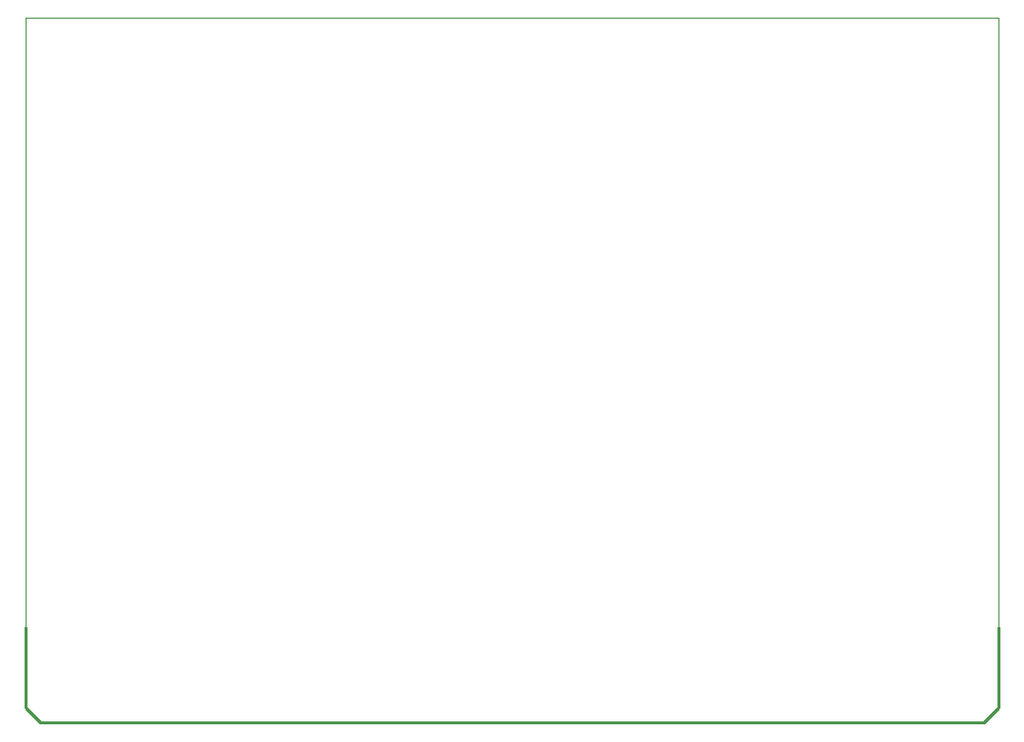
<source format=gbr>
G04 #@! TF.GenerationSoftware,KiCad,Pcbnew,(5.1.4)-1*
G04 #@! TF.CreationDate,2020-07-31T00:20:29-03:00*
G04 #@! TF.ProjectId,Cart_FeRAM,43617274-5f46-4655-9241-4d2e6b696361,rev?*
G04 #@! TF.SameCoordinates,Original*
G04 #@! TF.FileFunction,Profile,NP*
%FSLAX46Y46*%
G04 Gerber Fmt 4.6, Leading zero omitted, Abs format (unit mm)*
G04 Created by KiCad (PCBNEW (5.1.4)-1) date 2020-07-31 00:20:29*
%MOMM*%
%LPD*%
G04 APERTURE LIST*
%ADD10C,0.050000*%
%ADD11C,0.254000*%
G04 APERTURE END LIST*
D10*
X173355000Y-53340000D02*
X173355001Y-105918000D01*
X89535000Y-53340000D02*
X173355000Y-53340000D01*
X89535001Y-105918000D02*
X89535000Y-53340000D01*
D11*
X173355000Y-112903000D02*
X173355000Y-105918000D01*
X172085000Y-114173000D02*
X173355000Y-112903000D01*
X90805000Y-114173000D02*
X172085000Y-114173000D01*
X89535000Y-112903000D02*
X90805000Y-114173000D01*
X89535000Y-105918000D02*
X89535000Y-112903000D01*
M02*

</source>
